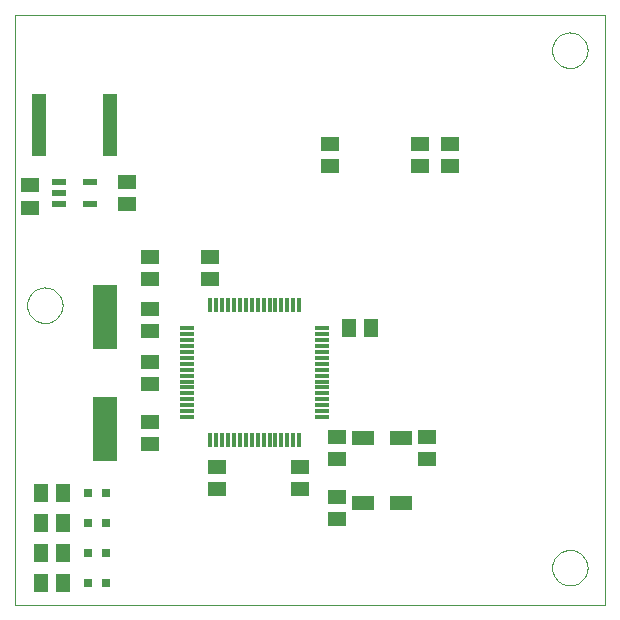
<source format=gtp>
G75*
%MOIN*%
%OFA0B0*%
%FSLAX24Y24*%
%IPPOS*%
%LPD*%
%AMOC8*
5,1,8,0,0,1.08239X$1,22.5*
%
%ADD10C,0.0000*%
%ADD11R,0.0472X0.0118*%
%ADD12R,0.0118X0.0472*%
%ADD13R,0.0591X0.0512*%
%ADD14R,0.0512X0.0591*%
%ADD15R,0.0787X0.2165*%
%ADD16R,0.0748X0.0512*%
%ADD17R,0.0315X0.0315*%
%ADD18R,0.0472X0.0217*%
%ADD19R,0.0472X0.2087*%
D10*
X000800Y000550D02*
X000800Y020235D01*
X020485Y020235D01*
X020485Y000550D01*
X000800Y000550D01*
X001209Y010550D02*
X001211Y010598D01*
X001217Y010646D01*
X001227Y010693D01*
X001240Y010739D01*
X001258Y010784D01*
X001278Y010828D01*
X001303Y010870D01*
X001331Y010909D01*
X001361Y010946D01*
X001395Y010980D01*
X001432Y011012D01*
X001470Y011041D01*
X001511Y011066D01*
X001554Y011088D01*
X001599Y011106D01*
X001645Y011120D01*
X001692Y011131D01*
X001740Y011138D01*
X001788Y011141D01*
X001836Y011140D01*
X001884Y011135D01*
X001932Y011126D01*
X001978Y011114D01*
X002023Y011097D01*
X002067Y011077D01*
X002109Y011054D01*
X002149Y011027D01*
X002187Y010997D01*
X002222Y010964D01*
X002254Y010928D01*
X002284Y010890D01*
X002310Y010849D01*
X002332Y010806D01*
X002352Y010762D01*
X002367Y010717D01*
X002379Y010670D01*
X002387Y010622D01*
X002391Y010574D01*
X002391Y010526D01*
X002387Y010478D01*
X002379Y010430D01*
X002367Y010383D01*
X002352Y010338D01*
X002332Y010294D01*
X002310Y010251D01*
X002284Y010210D01*
X002254Y010172D01*
X002222Y010136D01*
X002187Y010103D01*
X002149Y010073D01*
X002109Y010046D01*
X002067Y010023D01*
X002023Y010003D01*
X001978Y009986D01*
X001932Y009974D01*
X001884Y009965D01*
X001836Y009960D01*
X001788Y009959D01*
X001740Y009962D01*
X001692Y009969D01*
X001645Y009980D01*
X001599Y009994D01*
X001554Y010012D01*
X001511Y010034D01*
X001470Y010059D01*
X001432Y010088D01*
X001395Y010120D01*
X001361Y010154D01*
X001331Y010191D01*
X001303Y010230D01*
X001278Y010272D01*
X001258Y010316D01*
X001240Y010361D01*
X001227Y010407D01*
X001217Y010454D01*
X001211Y010502D01*
X001209Y010550D01*
X018709Y019050D02*
X018711Y019098D01*
X018717Y019146D01*
X018727Y019193D01*
X018740Y019239D01*
X018758Y019284D01*
X018778Y019328D01*
X018803Y019370D01*
X018831Y019409D01*
X018861Y019446D01*
X018895Y019480D01*
X018932Y019512D01*
X018970Y019541D01*
X019011Y019566D01*
X019054Y019588D01*
X019099Y019606D01*
X019145Y019620D01*
X019192Y019631D01*
X019240Y019638D01*
X019288Y019641D01*
X019336Y019640D01*
X019384Y019635D01*
X019432Y019626D01*
X019478Y019614D01*
X019523Y019597D01*
X019567Y019577D01*
X019609Y019554D01*
X019649Y019527D01*
X019687Y019497D01*
X019722Y019464D01*
X019754Y019428D01*
X019784Y019390D01*
X019810Y019349D01*
X019832Y019306D01*
X019852Y019262D01*
X019867Y019217D01*
X019879Y019170D01*
X019887Y019122D01*
X019891Y019074D01*
X019891Y019026D01*
X019887Y018978D01*
X019879Y018930D01*
X019867Y018883D01*
X019852Y018838D01*
X019832Y018794D01*
X019810Y018751D01*
X019784Y018710D01*
X019754Y018672D01*
X019722Y018636D01*
X019687Y018603D01*
X019649Y018573D01*
X019609Y018546D01*
X019567Y018523D01*
X019523Y018503D01*
X019478Y018486D01*
X019432Y018474D01*
X019384Y018465D01*
X019336Y018460D01*
X019288Y018459D01*
X019240Y018462D01*
X019192Y018469D01*
X019145Y018480D01*
X019099Y018494D01*
X019054Y018512D01*
X019011Y018534D01*
X018970Y018559D01*
X018932Y018588D01*
X018895Y018620D01*
X018861Y018654D01*
X018831Y018691D01*
X018803Y018730D01*
X018778Y018772D01*
X018758Y018816D01*
X018740Y018861D01*
X018727Y018907D01*
X018717Y018954D01*
X018711Y019002D01*
X018709Y019050D01*
X018709Y001800D02*
X018711Y001848D01*
X018717Y001896D01*
X018727Y001943D01*
X018740Y001989D01*
X018758Y002034D01*
X018778Y002078D01*
X018803Y002120D01*
X018831Y002159D01*
X018861Y002196D01*
X018895Y002230D01*
X018932Y002262D01*
X018970Y002291D01*
X019011Y002316D01*
X019054Y002338D01*
X019099Y002356D01*
X019145Y002370D01*
X019192Y002381D01*
X019240Y002388D01*
X019288Y002391D01*
X019336Y002390D01*
X019384Y002385D01*
X019432Y002376D01*
X019478Y002364D01*
X019523Y002347D01*
X019567Y002327D01*
X019609Y002304D01*
X019649Y002277D01*
X019687Y002247D01*
X019722Y002214D01*
X019754Y002178D01*
X019784Y002140D01*
X019810Y002099D01*
X019832Y002056D01*
X019852Y002012D01*
X019867Y001967D01*
X019879Y001920D01*
X019887Y001872D01*
X019891Y001824D01*
X019891Y001776D01*
X019887Y001728D01*
X019879Y001680D01*
X019867Y001633D01*
X019852Y001588D01*
X019832Y001544D01*
X019810Y001501D01*
X019784Y001460D01*
X019754Y001422D01*
X019722Y001386D01*
X019687Y001353D01*
X019649Y001323D01*
X019609Y001296D01*
X019567Y001273D01*
X019523Y001253D01*
X019478Y001236D01*
X019432Y001224D01*
X019384Y001215D01*
X019336Y001210D01*
X019288Y001209D01*
X019240Y001212D01*
X019192Y001219D01*
X019145Y001230D01*
X019099Y001244D01*
X019054Y001262D01*
X019011Y001284D01*
X018970Y001309D01*
X018932Y001338D01*
X018895Y001370D01*
X018861Y001404D01*
X018831Y001441D01*
X018803Y001480D01*
X018778Y001522D01*
X018758Y001566D01*
X018740Y001611D01*
X018727Y001657D01*
X018717Y001704D01*
X018711Y001752D01*
X018709Y001800D01*
D11*
X011044Y006824D03*
X011044Y007020D03*
X011044Y007217D03*
X011044Y007414D03*
X011044Y007611D03*
X011044Y007808D03*
X011044Y008005D03*
X011044Y008202D03*
X011044Y008398D03*
X011044Y008595D03*
X011044Y008792D03*
X011044Y008989D03*
X011044Y009186D03*
X011044Y009383D03*
X011044Y009580D03*
X011044Y009776D03*
X006556Y009776D03*
X006556Y009580D03*
X006556Y009383D03*
X006556Y009186D03*
X006556Y008989D03*
X006556Y008792D03*
X006556Y008595D03*
X006556Y008398D03*
X006556Y008202D03*
X006556Y008005D03*
X006556Y007808D03*
X006556Y007611D03*
X006556Y007414D03*
X006556Y007217D03*
X006556Y007020D03*
X006556Y006824D03*
D12*
X007324Y006056D03*
X007520Y006056D03*
X007717Y006056D03*
X007914Y006056D03*
X008111Y006056D03*
X008308Y006056D03*
X008505Y006056D03*
X008702Y006056D03*
X008898Y006056D03*
X009095Y006056D03*
X009292Y006056D03*
X009489Y006056D03*
X009686Y006056D03*
X009883Y006056D03*
X010080Y006056D03*
X010276Y006056D03*
X010276Y010544D03*
X010080Y010544D03*
X009883Y010544D03*
X009686Y010544D03*
X009489Y010544D03*
X009292Y010544D03*
X009095Y010544D03*
X008898Y010544D03*
X008702Y010544D03*
X008505Y010544D03*
X008308Y010544D03*
X008111Y010544D03*
X007914Y010544D03*
X007717Y010544D03*
X007520Y010544D03*
X007324Y010544D03*
D13*
X007300Y011426D03*
X007300Y012174D03*
X005300Y012174D03*
X005300Y011426D03*
X005300Y010424D03*
X005300Y009676D03*
X005300Y008674D03*
X005300Y007926D03*
X005300Y006674D03*
X005300Y005926D03*
X007550Y005174D03*
X007550Y004426D03*
X010300Y004426D03*
X010300Y005174D03*
X011550Y005426D03*
X011550Y006174D03*
X011550Y004174D03*
X011550Y003426D03*
X014550Y005426D03*
X014550Y006174D03*
X014300Y015176D03*
X014300Y015924D03*
X015300Y015924D03*
X015300Y015176D03*
X011300Y015176D03*
X011300Y015924D03*
X004550Y014674D03*
X004550Y013926D03*
X001300Y013801D03*
X001300Y014549D03*
D14*
X001676Y004300D03*
X002424Y004300D03*
X002424Y003300D03*
X001676Y003300D03*
X001676Y002300D03*
X002424Y002300D03*
X002424Y001300D03*
X001676Y001300D03*
X011926Y009800D03*
X012674Y009800D03*
D15*
X003800Y010170D03*
X003800Y006430D03*
D16*
X012420Y006133D03*
X013680Y006133D03*
X013680Y003967D03*
X012420Y003967D03*
D17*
X003845Y004300D03*
X003255Y004300D03*
X003255Y003300D03*
X003845Y003300D03*
X003845Y002300D03*
X003255Y002300D03*
X003255Y001300D03*
X003845Y001300D03*
D18*
X003312Y013926D03*
X003312Y014674D03*
X002288Y014674D03*
X002288Y014300D03*
X002288Y013926D03*
D19*
X001619Y016550D03*
X003981Y016550D03*
M02*

</source>
